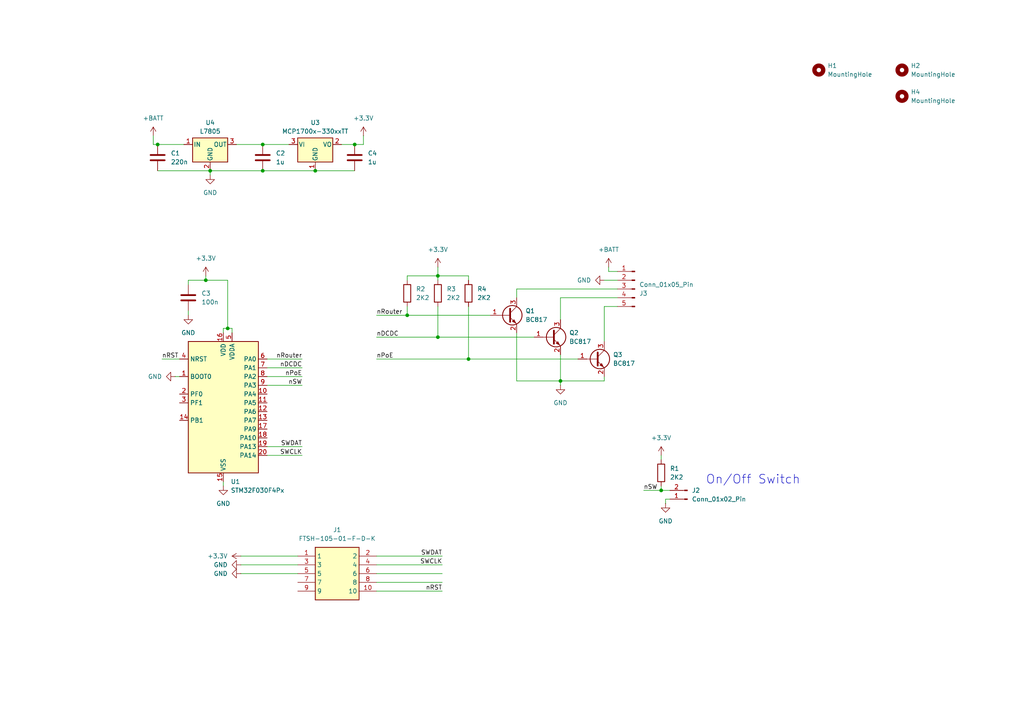
<source format=kicad_sch>
(kicad_sch (version 20250114) (generator "eeschema") (generator_version "9.0")
  (paper "A4")
  (lib_symbols
    (symbol "Connector:Conn_01x02_Pin" (pin_names (offset 1.016) (hide yes))
      (property "Reference" "J" (at 0 2.54 0))
      (property "Value" "Conn_01x02_Pin" (at 0 -5.08 0))
      (symbol "Conn_01x02_Pin_1_1"
        (rectangle (start 0.8636 0.127) (end 0 -0.127) (stroke (width 0.1524)) (fill (type outline)))
        (rectangle (start 0.8636 -2.413) (end 0 -2.667) (stroke (width 0.1524)) (fill (type outline)))
        (polyline (pts (xy 1.27 0) (xy 0.8636 0)) (stroke (width 0.1524)))
        (polyline (pts (xy 1.27 -2.54) (xy 0.8636 -2.54)) (stroke (width 0.1524)))
        (pin passive line (at 5.08 0 180) (length 3.81) (name "Pin_1") (number "1"))
        (pin passive line (at 5.08 -2.54 180) (length 3.81) (name "Pin_2") (number "2"))
      )
    )
    (symbol "Connector:Conn_01x05_Pin" (pin_names (offset 1.016) (hide yes))
      (property "Reference" "J" (at 0 7.62 0))
      (property "Value" "Conn_01x05_Pin" (at 0 -7.62 0))
      (symbol "Conn_01x05_Pin_1_1"
        (rectangle (start 0.8636 5.207) (end 0 4.953) (stroke (width 0.1524)) (fill (type outline)))
        (rectangle (start 0.8636 2.667) (end 0 2.413) (stroke (width 0.1524)) (fill (type outline)))
        (rectangle (start 0.8636 0.127) (end 0 -0.127) (stroke (width 0.1524)) (fill (type outline)))
        (rectangle (start 0.8636 -2.413) (end 0 -2.667) (stroke (width 0.1524)) (fill (type outline)))
        (rectangle (start 0.8636 -4.953) (end 0 -5.207) (stroke (width 0.1524)) (fill (type outline)))
        (polyline (pts (xy 1.27 5.08) (xy 0.8636 5.08)) (stroke (width 0.1524)))
        (polyline (pts (xy 1.27 2.54) (xy 0.8636 2.54)) (stroke (width 0.1524)))
        (polyline (pts (xy 1.27 0) (xy 0.8636 0)) (stroke (width 0.1524)))
        (polyline (pts (xy 1.27 -2.54) (xy 0.8636 -2.54)) (stroke (width 0.1524)))
        (polyline (pts (xy 1.27 -5.08) (xy 0.8636 -5.08)) (stroke (width 0.1524)))
        (pin passive line (at 5.08 5.08 180) (length 3.81) (name "Pin_1") (number "1"))
        (pin passive line (at 5.08 2.54 180) (length 3.81) (name "Pin_2") (number "2"))
        (pin passive line (at 5.08 0 180) (length 3.81) (name "Pin_3") (number "3"))
        (pin passive line (at 5.08 -2.54 180) (length 3.81) (name "Pin_4") (number "4"))
        (pin passive line (at 5.08 -5.08 180) (length 3.81) (name "Pin_5") (number "5"))
      )
    )
    (symbol "Device:C" (pin_numbers (hide yes)) (pin_names (offset 0.254))
      (property "Reference" "C" (at 0.635 2.54 0))
      (property "Value" "C" (at 0.635 -2.54 0))
      (symbol "C_0_1"
        (polyline (pts (xy -2.032 0.762) (xy 2.032 0.762)) (stroke (width 0.508)))
        (polyline (pts (xy -2.032 -0.762) (xy 2.032 -0.762)) (stroke (width 0.508)))
      )
      (symbol "C_1_1"
        (pin passive line (at 0 3.81 270) (length 2.794) (name "~") (number "1"))
        (pin passive line (at 0 -3.81 90) (length 2.794) (name "~") (number "2"))
      )
    )
    (symbol "Device:R" (pin_numbers (hide yes)) (pin_names (offset 0))
      (property "Reference" "R" (at 2.032 0 90))
      (property "Value" "R" (at 0 0 90))
      (symbol "R_0_1"
        (rectangle (start -1.016 -2.54) (end 1.016 2.54) (stroke (width 0.254)))
      )
      (symbol "R_1_1"
        (pin passive line (at 0 3.81 270) (length 1.27) (name "~") (number "1"))
        (pin passive line (at 0 -3.81 90) (length 1.27) (name "~") (number "2"))
      )
    )
    (symbol "FTSH-105-01-F-D-K:FTSH-105-01-F-D-K"
      (property "Reference" "J" (at 19.05 7.62 0))
      (property "Value" "FTSH-105-01-F-D-K" (at 19.05 5.08 0))
      (symbol "FTSH-105-01-F-D-K_1_1"
        (rectangle (start 5.08 2.54) (end 17.78 -12.7) (stroke (width 0.254)) (fill (type background)))
        (pin passive line (at 0 0 0) (length 5.08) (name "1") (number "1"))
        (pin passive line (at 0 -2.54 0) (length 5.08) (name "3") (number "3"))
        (pin passive line (at 0 -5.08 0) (length 5.08) (name "5") (number "5"))
        (pin passive line (at 0 -7.62 0) (length 5.08) (name "7") (number "7"))
        (pin passive line (at 0 -10.16 0) (length 5.08) (name "9") (number "9"))
        (pin passive line (at 22.86 0 180) (length 5.08) (name "2") (number "2"))
        (pin passive line (at 22.86 -2.54 180) (length 5.08) (name "4") (number "4"))
        (pin passive line (at 22.86 -5.08 180) (length 5.08) (name "6") (number "6"))
        (pin passive line (at 22.86 -7.62 180) (length 5.08) (name "8") (number "8"))
        (pin passive line (at 22.86 -10.16 180) (length 5.08) (name "10") (number "10"))
      )
    )
    (symbol "MCU_ST_STM32F0:STM32F030F4Px"
      (property "Reference" "U" (at -10.16 21.59 0))
      (property "Value" "STM32F030F4Px" (at 5.08 21.59 0))
      (symbol "STM32F030F4Px_0_1"
        (rectangle (start -10.16 -17.78) (end 10.16 20.32) (stroke (width 0.254)) (fill (type background)))
      )
      (symbol "STM32F030F4Px_1_1"
        (pin input line (at -12.7 15.24 0) (length 2.54) (name "NRST") (number "4"))
        (pin input line (at -12.7 10.16 0) (length 2.54) (name "BOOT0") (number "1"))
        (pin bidirectional line (at -12.7 5.08 0) (length 2.54) (name "PF0") (number "2"))
        (pin bidirectional line (at -12.7 2.54 0) (length 2.54) (name "PF1") (number "3"))
        (pin bidirectional line (at -12.7 -2.54 0) (length 2.54) (name "PB1") (number "14"))
        (pin power_in line (at 0 22.86 270) (length 2.54) (name "VDD") (number "16"))
        (pin power_in line (at 0 -20.32 90) (length 2.54) (name "VSS") (number "15"))
        (pin power_in line (at 2.54 22.86 270) (length 2.54) (name "VDDA") (number "5"))
        (pin bidirectional line (at 12.7 15.24 180) (length 2.54) (name "PA0") (number "6"))
        (pin bidirectional line (at 12.7 12.7 180) (length 2.54) (name "PA1") (number "7"))
        (pin bidirectional line (at 12.7 10.16 180) (length 2.54) (name "PA2") (number "8"))
        (pin bidirectional line (at 12.7 7.62 180) (length 2.54) (name "PA3") (number "9"))
        (pin bidirectional line (at 12.7 5.08 180) (length 2.54) (name "PA4") (number "10"))
        (pin bidirectional line (at 12.7 2.54 180) (length 2.54) (name "PA5") (number "11"))
        (pin bidirectional line (at 12.7 0 180) (length 2.54) (name "PA6") (number "12"))
        (pin bidirectional line (at 12.7 -2.54 180) (length 2.54) (name "PA7") (number "13"))
        (pin bidirectional line (at 12.7 -5.08 180) (length 2.54) (name "PA9") (number "17"))
        (pin bidirectional line (at 12.7 -7.62 180) (length 2.54) (name "PA10") (number "18"))
        (pin bidirectional line (at 12.7 -10.16 180) (length 2.54) (name "PA13") (number "19"))
        (pin bidirectional line (at 12.7 -12.7 180) (length 2.54) (name "PA14") (number "20"))
      )
    )
    (symbol "Mechanical:MountingHole" (pin_names (offset 1.016)) (exclude_from_sim yes) (in_bom no)
      (property "Reference" "H" (at 0 5.08 0))
      (property "Value" "MountingHole" (at 0 3.175 0))
      (symbol "MountingHole_0_1"
        (circle (center 0 0) (radius 1.27) (stroke (width 1.27)))
      )
    )
    (symbol "Regulator_Linear:L7805" (pin_names (offset 0.254))
      (property "Reference" "U" (at -3.81 3.175 0))
      (property "Value" "L7805" (at 0 3.175 0))
      (symbol "L7805_0_1"
        (rectangle (start -5.08 1.905) (end 5.08 -5.08) (stroke (width 0.254)) (fill (type background)))
      )
      (symbol "L7805_1_1"
        (pin power_in line (at -7.62 0 0) (length 2.54) (name "IN") (number "1"))
        (pin power_in line (at 0 -7.62 90) (length 2.54) (name "GND") (number "2"))
        (pin power_out line (at 7.62 0 180) (length 2.54) (name "OUT") (number "3"))
      )
    )
    (symbol "Regulator_Linear:MCP1700x-330xxTT" (pin_names (offset 0.254))
      (property "Reference" "U" (at -3.81 3.175 0))
      (property "Value" "MCP1700x-330xxTT" (at 0 3.175 0))
      (symbol "MCP1700x-330xxTT_0_1"
        (rectangle (start -5.08 1.905) (end 5.08 -5.08) (stroke (width 0.254)) (fill (type background)))
      )
      (symbol "MCP1700x-330xxTT_1_1"
        (pin power_in line (at -7.62 0 0) (length 2.54) (name "VI") (number "3"))
        (pin power_in line (at 0 -7.62 90) (length 2.54) (name "GND") (number "1"))
        (pin power_out line (at 7.62 0 180) (length 2.54) (name "VO") (number "2"))
      )
    )
    (symbol "Transistor_BJT:BC817" (pin_names (offset 0) (hide yes))
      (property "Reference" "Q" (at 5.08 1.905 0))
      (property "Value" "BC817" (at 5.08 0 0))
      (symbol "BC817_0_1"
        (polyline (pts (xy -2.54 0) (xy 0.635 0)))
        (polyline (pts (xy 0.635 1.905) (xy 0.635 -1.905)) (stroke (width 0.508)))
        (circle (center 1.27 0) (radius 2.8194) (stroke (width 0.254)))
      )
      (symbol "BC817_1_1"
        (polyline (pts (xy 0.635 0.635) (xy 2.54 2.54)))
        (polyline (pts (xy 0.635 -0.635) (xy 2.54 -2.54)))
        (polyline (pts (xy 1.27 -1.778) (xy 1.778 -1.27) (xy 2.286 -2.286) (xy 1.27 -1.778)) (fill (type outline)))
        (pin input line (at -5.08 0 0) (length 2.54) (name "B") (number "1"))
        (pin passive line (at 2.54 5.08 270) (length 2.54) (name "C") (number "3"))
        (pin passive line (at 2.54 -5.08 90) (length 2.54) (name "E") (number "2"))
      )
    )
    (symbol "power:+3.3V" (power) (pin_numbers (hide yes)) (pin_names (offset 0) (hide yes))
      (property "Value" "+3.3V" (at 0 3.556 0))
      (symbol "+3.3V_0_1"
        (polyline (pts (xy -0.762 1.27) (xy 0 2.54)))
        (polyline (pts (xy 0 2.54) (xy 0.762 1.27)))
        (polyline (pts (xy 0 0) (xy 0 2.54)))
      )
      (symbol "+3.3V_1_1"
        (pin power_in line (at 0 0 90) (length 0) (name "~") (number "1"))
      )
    )
    (symbol "power:+BATT" (power) (pin_numbers (hide yes)) (pin_names (offset 0) (hide yes))
      (property "Value" "+BATT" (at 0 3.556 0))
      (symbol "+BATT_0_1"
        (polyline (pts (xy -0.762 1.27) (xy 0 2.54)))
        (polyline (pts (xy 0 2.54) (xy 0.762 1.27)))
        (polyline (pts (xy 0 0) (xy 0 2.54)))
      )
      (symbol "+BATT_1_1"
        (pin power_in line (at 0 0 90) (length 0) (name "~") (number "1"))
      )
    )
    (symbol "power:GND" (power) (pin_numbers (hide yes)) (pin_names (offset 0) (hide yes))
      (property "Value" "GND" (at 0 -3.81 0))
      (symbol "GND_0_1"
        (polyline (pts (xy 0 0) (xy 0 -1.27) (xy 1.27 -1.27) (xy 0 -2.54) (xy -1.27 -1.27) (xy 0 -1.27)))
      )
      (symbol "GND_1_1"
        (pin power_in line (at 0 0 270) (length 0) (name "~") (number "1"))
      )
    )
  )
  (text "On/Off Switch" (at 218.44 139.192 0) (effects (font (size 2.54 2.54))))
  (junction (at 45.72 41.91))
  (junction (at 162.56 110.49))
  (junction (at 76.2 41.91))
  (junction (at 127 80.01))
  (junction (at 135.89 104.14))
  (junction (at 59.69 81.28))
  (junction (at 127 97.79))
  (junction (at 118.11 91.44))
  (junction (at 66.04 95.25))
  (junction (at 102.87 41.91))
  (junction (at 60.96 49.53))
  (junction (at 191.77 142.24))
  (junction (at 76.2 49.53))
  (junction (at 91.44 49.53))
  (wire (pts (xy 60.96 49.53) (xy 60.96 50.8)))
  (wire (pts (xy 179.07 88.9) (xy 175.26 88.9)))
  (wire (pts (xy 50.8 109.22) (xy 52.07 109.22)))
  (wire (pts (xy 44.45 39.37) (xy 44.45 41.91)))
  (wire (pts (xy 127 80.01) (xy 127 81.28)))
  (wire (pts (xy 59.69 81.28) (xy 66.04 81.28)))
  (wire (pts (xy 99.06 41.91) (xy 102.87 41.91)))
  (wire (pts (xy 68.58 41.91) (xy 76.2 41.91)))
  (wire (pts (xy 64.77 139.7) (xy 64.77 140.97)))
  (wire (pts (xy 91.44 49.53) (xy 102.87 49.53)))
  (wire (pts (xy 54.61 81.28) (xy 59.69 81.28)))
  (wire (pts (xy 162.56 102.87) (xy 162.56 110.49)))
  (wire (pts (xy 175.26 88.9) (xy 175.26 99.06)))
  (wire (pts (xy 69.85 163.83) (xy 86.36 163.83)))
  (wire (pts (xy 109.22 168.91) (xy 128.27 168.91)))
  (wire (pts (xy 45.72 49.53) (xy 60.96 49.53)))
  (wire (pts (xy 46.99 104.14) (xy 52.07 104.14)))
  (wire (pts (xy 127 77.47) (xy 127 80.01)))
  (wire (pts (xy 109.22 104.14) (xy 135.89 104.14)))
  (wire (pts (xy 67.31 95.25) (xy 67.31 96.52)))
  (wire (pts (xy 194.31 142.24) (xy 191.77 142.24)))
  (wire (pts (xy 179.07 83.82) (xy 149.86 83.82)))
  (wire (pts (xy 135.89 88.9) (xy 135.89 104.14)))
  (wire (pts (xy 135.89 104.14) (xy 167.64 104.14)))
  (wire (pts (xy 69.85 166.37) (xy 86.36 166.37)))
  (wire (pts (xy 118.11 91.44) (xy 142.24 91.44)))
  (wire (pts (xy 45.72 41.91) (xy 53.34 41.91)))
  (wire (pts (xy 175.26 81.28) (xy 179.07 81.28)))
  (wire (pts (xy 149.86 110.49) (xy 149.86 96.52)))
  (wire (pts (xy 179.07 78.74) (xy 176.53 78.74)))
  (wire (pts (xy 105.41 41.91) (xy 105.41 39.37)))
  (wire (pts (xy 69.85 161.29) (xy 86.36 161.29)))
  (wire (pts (xy 59.69 80.01) (xy 59.69 81.28)))
  (wire (pts (xy 175.26 110.49) (xy 162.56 110.49)))
  (wire (pts (xy 77.47 106.68) (xy 87.63 106.68)))
  (wire (pts (xy 186.69 142.24) (xy 191.77 142.24)))
  (wire (pts (xy 76.2 49.53) (xy 91.44 49.53)))
  (wire (pts (xy 162.56 86.36) (xy 179.07 86.36)))
  (wire (pts (xy 77.47 111.76) (xy 87.63 111.76)))
  (wire (pts (xy 109.22 161.29) (xy 128.27 161.29)))
  (wire (pts (xy 109.22 171.45) (xy 128.27 171.45)))
  (wire (pts (xy 135.89 80.01) (xy 127 80.01)))
  (wire (pts (xy 193.04 144.78) (xy 193.04 146.05)))
  (wire (pts (xy 64.77 96.52) (xy 64.77 95.25)))
  (wire (pts (xy 64.77 95.25) (xy 66.04 95.25)))
  (wire (pts (xy 54.61 90.17) (xy 54.61 91.44)))
  (wire (pts (xy 77.47 109.22) (xy 87.63 109.22)))
  (wire (pts (xy 77.47 129.54) (xy 87.63 129.54)))
  (wire (pts (xy 127 80.01) (xy 118.11 80.01)))
  (wire (pts (xy 77.47 104.14) (xy 87.63 104.14)))
  (wire (pts (xy 175.26 109.22) (xy 175.26 110.49)))
  (wire (pts (xy 76.2 41.91) (xy 83.82 41.91)))
  (wire (pts (xy 162.56 110.49) (xy 149.86 110.49)))
  (wire (pts (xy 118.11 88.9) (xy 118.11 91.44)))
  (wire (pts (xy 118.11 80.01) (xy 118.11 81.28)))
  (wire (pts (xy 102.87 41.91) (xy 105.41 41.91)))
  (wire (pts (xy 54.61 82.55) (xy 54.61 81.28)))
  (wire (pts (xy 162.56 92.71) (xy 162.56 86.36)))
  (wire (pts (xy 66.04 95.25) (xy 67.31 95.25)))
  (wire (pts (xy 44.45 41.91) (xy 45.72 41.91)))
  (wire (pts (xy 149.86 83.82) (xy 149.86 86.36)))
  (wire (pts (xy 109.22 97.79) (xy 127 97.79)))
  (wire (pts (xy 191.77 142.24) (xy 191.77 140.97)))
  (wire (pts (xy 109.22 163.83) (xy 128.27 163.83)))
  (wire (pts (xy 127 97.79) (xy 154.94 97.79)))
  (wire (pts (xy 135.89 81.28) (xy 135.89 80.01)))
  (wire (pts (xy 193.04 144.78) (xy 194.31 144.78)))
  (wire (pts (xy 109.22 91.44) (xy 118.11 91.44)))
  (wire (pts (xy 66.04 81.28) (xy 66.04 95.25)))
  (wire (pts (xy 60.96 49.53) (xy 76.2 49.53)))
  (wire (pts (xy 127 88.9) (xy 127 97.79)))
  (wire (pts (xy 109.22 166.37) (xy 128.27 166.37)))
  (wire (pts (xy 191.77 132.08) (xy 191.77 133.35)))
  (wire (pts (xy 176.53 78.74) (xy 176.53 77.47)))
  (wire (pts (xy 162.56 110.49) (xy 162.56 111.76)))
  (wire (pts (xy 77.47 132.08) (xy 87.63 132.08)))
  (label "nSW" (at 186.69 142.24 0))
  (label "SWDAT" (at 87.63 129.54 180))
  (label "SWCLK" (at 128.27 163.83 180))
  (label "nDCDC" (at 109.22 97.79 0))
  (label "nDCDC" (at 87.63 106.68 180))
  (label "nRST" (at 128.27 171.45 180))
  (label "nSW" (at 87.63 111.76 180))
  (label "nPoE" (at 87.63 109.22 180))
  (label "nPoE" (at 109.22 104.14 0))
  (label "nRouter" (at 87.63 104.14 180))
  (label "nRST" (at 46.99 104.14 0))
  (label "SWCLK" (at 87.63 132.08 180))
  (label "nRouter" (at 109.22 91.44 0))
  (label "SWDAT" (at 128.27 161.29 180))
  (symbol (lib_id "Mechanical:MountingHole") (at 237.49 20.32 0) (unit 1) (exclude_from_sim yes) (in_bom no)
    (property "Reference" "H1" (at 240.03 19.0499 0) (effects (justify left)))
    (property "Value" "MountingHole" (at 240.03 21.5899 0) (effects (justify left)))
    (property "Footprint" "MountingHole:MountingHole_3.2mm_M3_ISO7380" (effects (hide yes)))
    (property "Description" "Mounting Hole without connection" (effects (hide yes)))
  )
  (symbol (lib_id "power:GND") (at 60.96 50.8 0) (unit 1)
    (property "Reference" "#PWR03" (effects (hide yes)))
    (property "Value" "GND" (at 60.96 55.88 0))
    (property "Description" "Power symbol creates a global label with name \"GND\" , ground" (effects (hide yes)))
  )
  (symbol (lib_id "power:GND") (at 162.56 111.76 0) (unit 1)
    (property "Reference" "#PWR013" (effects (hide yes)))
    (property "Value" "GND" (at 162.56 116.84 0))
    (property "Description" "Power symbol creates a global label with name \"GND\" , ground" (effects (hide yes)))
  )
  (symbol (lib_id "MCU_ST_STM32F0:STM32F030F4Px") (at 64.77 119.38 0) (unit 1)
    (property "Reference" "U1" (at 66.9133 139.7 0) (effects (justify left)))
    (property "Value" "STM32F030F4Px" (at 66.9133 142.24 0) (effects (justify left)))
    (property "Footprint" "Package_SO:TSSOP-20_4.4x6.5mm_P0.65mm" (effects (hide yes)))
    (property "Datasheet" "https://www.st.com/resource/en/datasheet/stm32f030f4.pdf" (effects (hide yes)))
    (property "Description" "STMicroelectronics Arm Cortex-M0 MCU, 16KB flash, 4KB RAM, 48 MHz, 2.4-3.6V, 15 GPIO, TSSOP20" (effects (hide yes)))
  )
  (symbol (lib_id "power:+3.3V") (at 69.85 161.29 90) (unit 1)
    (property "Reference" "#PWR017" (effects (hide yes)))
    (property "Value" "+3.3V" (at 66.04 161.2899 90) (effects (justify left)))
    (property "Description" "Power symbol creates a global label with name \"+3.3V\"" (effects (hide yes)))
  )
  (symbol (lib_id "power:+3.3V") (at 127 77.47 0) (unit 1)
    (property "Reference" "#PWR012" (effects (hide yes)))
    (property "Value" "+3.3V" (at 127 72.39 0))
    (property "Description" "Power symbol creates a global label with name \"+3.3V\"" (effects (hide yes)))
  )
  (symbol (lib_id "Regulator_Linear:MCP1700x-330xxTT") (at 91.44 41.91 0) (unit 1)
    (property "Reference" "U3" (at 91.44 35.56 0))
    (property "Value" "MCP1700x-330xxTT" (at 91.44 38.1 0))
    (property "Footprint" "Package_TO_SOT_SMD:SOT-23" (effects (hide yes)))
    (property "Datasheet" "http://ww1.microchip.com/downloads/en/DeviceDoc/20001826D.pdf" (effects (hide yes)))
    (property "Description" "250mA Low Quiscent Current LDO, 3.3V output, SOT-23" (effects (hide yes)))
  )
  (symbol (lib_id "power:GND") (at 175.26 81.28 270) (unit 1)
    (property "Reference" "#PWR011" (effects (hide yes)))
    (property "Value" "GND" (at 171.45 81.2799 90) (effects (justify right)))
    (property "Description" "Power symbol creates a global label with name \"GND\" , ground" (effects (hide yes)))
  )
  (symbol (lib_id "Device:R") (at 135.89 85.09 0) (unit 1)
    (property "Reference" "R4" (at 138.43 83.8199 0) (effects (justify left)))
    (property "Value" "2K2" (at 138.43 86.3599 0) (effects (justify left)))
    (property "Footprint" "Resistor_SMD:R_0603_1608Metric_Pad0.98x0.95mm_HandSolder" (effects (hide yes)))
    (property "Description" "Resistor" (effects (hide yes)))
  )
  (symbol (lib_id "Device:C") (at 102.87 45.72 0) (unit 1)
    (property "Reference" "C4" (at 106.68 44.4499 0) (effects (justify left)))
    (property "Value" "1u" (at 106.68 46.9899 0) (effects (justify left)))
    (property "Footprint" "Capacitor_SMD:C_0603_1608Metric_Pad1.08x0.95mm_HandSolder" (effects (hide yes)))
    (property "Description" "Unpolarized capacitor" (effects (hide yes)))
  )
  (symbol (lib_id "power:GND") (at 54.61 91.44 0) (unit 1)
    (property "Reference" "#PWR04" (effects (hide yes)))
    (property "Value" "GND" (at 54.61 96.52 0))
    (property "Description" "Power symbol creates a global label with name \"GND\" , ground" (effects (hide yes)))
  )
  (symbol (lib_id "Device:R") (at 191.77 137.16 0) (unit 1)
    (property "Reference" "R1" (at 194.31 135.8899 0) (effects (justify left)))
    (property "Value" "2K2" (at 194.31 138.4299 0) (effects (justify left)))
    (property "Footprint" "Resistor_SMD:R_0603_1608Metric_Pad0.98x0.95mm_HandSolder" (effects (hide yes)))
    (property "Description" "Resistor" (effects (hide yes)))
  )
  (symbol (lib_id "Transistor_BJT:BC817") (at 147.32 91.44 0) (unit 1)
    (property "Reference" "Q1" (at 152.4 90.1699 0) (effects (justify left)))
    (property "Value" "BC817" (at 152.4 92.7099 0) (effects (justify left)))
    (property "Footprint" "Package_TO_SOT_SMD:SOT-23" (effects (hide yes)))
    (property "Datasheet" "https://www.onsemi.com/pub/Collateral/BC818-D.pdf" (effects (hide yes)))
    (property "Description" "0.8A Ic, 45V Vce, NPN Transistor, SOT-23" (effects (hide yes)))
  )
  (symbol (lib_id "power:+BATT") (at 44.45 39.37 0) (unit 1)
    (property "Reference" "#PWR06" (effects (hide yes)))
    (property "Value" "+BATT" (at 44.45 34.29 0))
    (property "Description" "Power symbol creates a global label with name \"+BATT\"" (effects (hide yes)))
  )
  (symbol (lib_id "Device:R") (at 118.11 85.09 0) (unit 1)
    (property "Reference" "R2" (at 120.65 83.8199 0) (effects (justify left)))
    (property "Value" "2K2" (at 120.65 86.3599 0) (effects (justify left)))
    (property "Footprint" "Resistor_SMD:R_0603_1608Metric_Pad0.98x0.95mm_HandSolder" (effects (hide yes)))
    (property "Description" "Resistor" (effects (hide yes)))
  )
  (symbol (lib_id "Device:C") (at 45.72 45.72 0) (unit 1)
    (property "Reference" "C1" (at 49.53 44.4499 0) (effects (justify left)))
    (property "Value" "220n" (at 49.53 46.9899 0) (effects (justify left)))
    (property "Footprint" "Capacitor_SMD:C_0603_1608Metric_Pad1.08x0.95mm_HandSolder" (effects (hide yes)))
    (property "Description" "Unpolarized capacitor" (effects (hide yes)))
  )
  (symbol (lib_id "Mechanical:MountingHole") (at 261.62 27.94 0) (unit 1) (exclude_from_sim yes) (in_bom no)
    (property "Reference" "H4" (at 264.16 26.6699 0) (effects (justify left)))
    (property "Value" "MountingHole" (at 264.16 29.2099 0) (effects (justify left)))
    (property "Footprint" "MountingHole:MountingHole_3.2mm_M3_ISO7380" (effects (hide yes)))
    (property "Description" "Mounting Hole without connection" (effects (hide yes)))
  )
  (symbol (lib_id "power:+3.3V") (at 59.69 80.01 0) (unit 1)
    (property "Reference" "#PWR02" (effects (hide yes)))
    (property "Value" "+3.3V" (at 59.69 74.93 0))
    (property "Description" "Power symbol creates a global label with name \"+3.3V\"" (effects (hide yes)))
  )
  (symbol (lib_id "FTSH-105-01-F-D-K:FTSH-105-01-F-D-K") (at 86.36 161.29 0) (unit 1)
    (property "Reference" "J1" (at 97.79 153.67 0))
    (property "Value" "FTSH-105-01-F-D-K" (at 97.79 156.21 0))
    (property "Footprint" "FTSH-105-XX-YYY-D-K" (effects (hide yes)))
    (property "Datasheet" "http://suddendocs.samtec.com/prints/ftsh-1xx-xx-xxx-d-xxx-xx-mkt.pdf" (effects (hide yes)))
    (property "Description" "10 Position, High Reliability Header Strips, 0.050&quot; pitch" (effects (hide yes)))
    (property "Mouser Part Number" "200-FTSH10501FDK" (effects (hide yes)))
    (property "Mouser Price/Stock" "https://www.mouser.co.uk/ProductDetail/Samtec/FTSH-105-01-F-D-K?qs=FESYatJ8odIwRE%252Bc%2FZcQYA%3D%3D" (effects (hide yes)))
    (property "Manufacturer_Name" "SAMTEC" (effects (hide yes)))
    (property "Manufacturer_Part_Number" "FTSH-105-01-F-D-K" (effects (hide yes)))
  )
  (symbol (lib_id "power:+3.3V") (at 191.77 132.08 0) (unit 1)
    (property "Reference" "#PWR08" (effects (hide yes)))
    (property "Value" "+3.3V" (at 191.77 127 0))
    (property "Description" "Power symbol creates a global label with name \"+3.3V\"" (effects (hide yes)))
  )
  (symbol (lib_id "Connector:Conn_01x05_Pin") (at 184.15 83.82 0) (mirror y) (unit 1)
    (property "Reference" "J3" (at 185.42 85.0901 0) (effects (justify right)))
    (property "Value" "Conn_01x05_Pin" (at 185.42 82.5501 0) (effects (justify right)))
    (property "Footprint" "Connector_PinHeader_2.54mm:PinHeader_1x05_P2.54mm_Vertical" (effects (hide yes)))
    (property "Description" "Generic connector, single row, 01x05, script generated" (effects (hide yes)))
  )
  (symbol (lib_id "power:GND") (at 69.85 166.37 270) (unit 1)
    (property "Reference" "#PWR015" (effects (hide yes)))
    (property "Value" "GND" (at 66.04 166.3699 90) (effects (justify right)))
    (property "Description" "Power symbol creates a global label with name \"GND\" , ground" (effects (hide yes)))
  )
  (symbol (lib_id "Regulator_Linear:L7805") (at 60.96 41.91 0) (unit 1)
    (property "Reference" "U4" (at 60.96 35.56 0))
    (property "Value" "L7805" (at 60.96 38.1 0))
    (property "Footprint" "Package_TO_SOT_SMD:SOT-223-3_TabPin2" (effects (hide yes)))
    (property "Datasheet" "http://www.st.com/content/ccc/resource/technical/document/datasheet/41/4f/b3/b0/12/d4/47/88/CD00000444.pdf/files/CD00000444.pdf/jcr:content/translations/en.CD00000444.pdf" (effects (hide yes)))
    (property "Description" "Positive 1.5A 35V Linear Regulator, Fixed Output 5V, TO-220/TO-263/TO-252" (effects (hide yes)))
  )
  (symbol (lib_id "Connector:Conn_01x02_Pin") (at 199.39 144.78 180) (unit 1)
    (property "Reference" "J2" (at 200.66 142.2399 0) (effects (justify right)))
    (property "Value" "Conn_01x02_Pin" (at 200.66 144.7799 0) (effects (justify right)))
    (property "Footprint" "Connector_Molex:Molex_KK-254_AE-6410-02A_1x02_P2.54mm_Vertical" (effects (hide yes)))
    (property "Description" "Generic connector, single row, 01x02, script generated" (effects (hide yes)))
  )
  (symbol (lib_id "Transistor_BJT:BC817") (at 160.02 97.79 0) (unit 1)
    (property "Reference" "Q2" (at 165.1 96.5199 0) (effects (justify left)))
    (property "Value" "BC817" (at 165.1 99.0599 0) (effects (justify left)))
    (property "Footprint" "Package_TO_SOT_SMD:SOT-23" (effects (hide yes)))
    (property "Datasheet" "https://www.onsemi.com/pub/Collateral/BC818-D.pdf" (effects (hide yes)))
    (property "Description" "0.8A Ic, 45V Vce, NPN Transistor, SOT-23" (effects (hide yes)))
  )
  (symbol (lib_id "power:GND") (at 50.8 109.22 270) (unit 1)
    (property "Reference" "#PWR07" (effects (hide yes)))
    (property "Value" "GND" (at 46.99 109.2199 90) (effects (justify right)))
    (property "Description" "Power symbol creates a global label with name \"GND\" , ground" (effects (hide yes)))
  )
  (symbol (lib_id "power:GND") (at 193.04 146.05 0) (unit 1)
    (property "Reference" "#PWR09" (effects (hide yes)))
    (property "Value" "GND" (at 193.04 151.13 0))
    (property "Description" "Power symbol creates a global label with name \"GND\" , ground" (effects (hide yes)))
  )
  (symbol (lib_id "power:+BATT") (at 176.53 77.47 0) (unit 1)
    (property "Reference" "#PWR010" (effects (hide yes)))
    (property "Value" "+BATT" (at 176.53 72.39 0))
    (property "Description" "Power symbol creates a global label with name \"+BATT\"" (effects (hide yes)))
  )
  (symbol (lib_id "Device:C") (at 54.61 86.36 0) (unit 1)
    (property "Reference" "C3" (at 58.42 85.0899 0) (effects (justify left)))
    (property "Value" "100n" (at 58.42 87.6299 0) (effects (justify left)))
    (property "Footprint" "Capacitor_SMD:C_0603_1608Metric_Pad1.08x0.95mm_HandSolder" (effects (hide yes)))
    (property "Description" "Unpolarized capacitor" (effects (hide yes)))
  )
  (symbol (lib_id "power:GND") (at 69.85 163.83 270) (unit 1)
    (property "Reference" "#PWR016" (effects (hide yes)))
    (property "Value" "GND" (at 66.04 163.8299 90) (effects (justify right)))
    (property "Description" "Power symbol creates a global label with name \"GND\" , ground" (effects (hide yes)))
  )
  (symbol (lib_id "Transistor_BJT:BC817") (at 172.72 104.14 0) (unit 1)
    (property "Reference" "Q3" (at 177.8 102.8699 0) (effects (justify left)))
    (property "Value" "BC817" (at 177.8 105.4099 0) (effects (justify left)))
    (property "Footprint" "Package_TO_SOT_SMD:SOT-23" (effects (hide yes)))
    (property "Datasheet" "https://www.onsemi.com/pub/Collateral/BC818-D.pdf" (effects (hide yes)))
    (property "Description" "0.8A Ic, 45V Vce, NPN Transistor, SOT-23" (effects (hide yes)))
  )
  (symbol (lib_id "power:+3.3V") (at 105.41 39.37 0) (unit 1)
    (property "Reference" "#PWR01" (effects (hide yes)))
    (property "Value" "+3.3V" (at 105.41 34.29 0))
    (property "Description" "Power symbol creates a global label with name \"+3.3V\"" (effects (hide yes)))
  )
  (symbol (lib_id "Mechanical:MountingHole") (at 261.62 20.32 0) (unit 1) (exclude_from_sim yes) (in_bom no)
    (property "Reference" "H2" (at 264.16 19.0499 0) (effects (justify left)))
    (property "Value" "MountingHole" (at 264.16 21.5899 0) (effects (justify left)))
    (property "Footprint" "MountingHole:MountingHole_3.2mm_M3_ISO7380" (effects (hide yes)))
    (property "Description" "Mounting Hole without connection" (effects (hide yes)))
  )
  (symbol (lib_id "Device:R") (at 127 85.09 0) (unit 1)
    (property "Reference" "R3" (at 129.54 83.8199 0) (effects (justify left)))
    (property "Value" "2K2" (at 129.54 86.3599 0) (effects (justify left)))
    (property "Footprint" "Resistor_SMD:R_0603_1608Metric_Pad0.98x0.95mm_HandSolder" (effects (hide yes)))
    (property "Description" "Resistor" (effects (hide yes)))
  )
  (symbol (lib_id "Device:C") (at 76.2 45.72 0) (unit 1)
    (property "Reference" "C2" (at 80.01 44.4499 0) (effects (justify left)))
    (property "Value" "1u" (at 80.01 46.9899 0) (effects (justify left)))
    (property "Footprint" "Capacitor_SMD:C_0603_1608Metric_Pad1.08x0.95mm_HandSolder" (effects (hide yes)))
    (property "Description" "Unpolarized capacitor" (effects (hide yes)))
  )
  (symbol (lib_id "power:GND") (at 64.77 140.97 0) (unit 1)
    (property "Reference" "#PWR05" (effects (hide yes)))
    (property "Value" "GND" (at 64.77 146.05 0))
    (property "Description" "Power symbol creates a global label with name \"GND\" , ground" (effects (hide yes)))
  )
)
</source>
